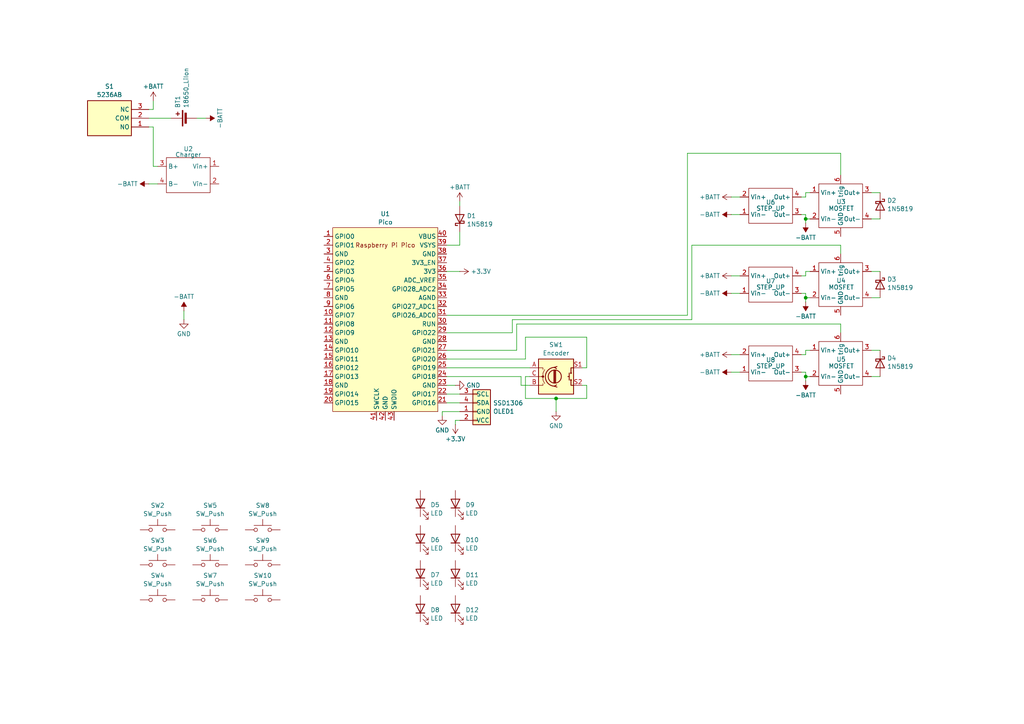
<source format=kicad_sch>
(kicad_sch (version 20231120) (generator "eeschema") (generator_version "8.0")
  (paper "A4")
  (title_block (title "LARS V2") (date "2024-04-01") (rev "1") (comment 1 "https://git.xythobuz.de/thomas/drumkit") (comment 2 "Licensed under the CERN-OHL-S-2.0+") (comment 4 "Copyright (c) 2024 Thomas Buck, Kauzerei"))
  (lib_symbols
    (symbol "5236ab:5236AB"
      (property "Reference" "S1" (at 11.43 -11.7645 0))
      (property "Value" "5236AB" (at 11.43 -9.3402 0))
      (symbol "5236AB_1_1"
        (rectangle (start 5.08 2.54) (end 17.78 -7.62) (stroke (width 0.254)) (fill (type background)))
        (pin passive line (at 0 0 0) (length 5.08) (name "NO") (number "1"))
        (pin passive line (at 0 -2.54 0) (length 5.08) (name "COM") (number "2"))
        (pin passive line (at 0 -5.08 0) (length 5.08) (name "NC") (number "3"))
      )
    )
    (symbol "Device:Battery_Cell" (pin_numbers hide) (pin_names (offset 0) hide)
      (property "Reference" "BT" (at 2.54 2.54 0))
      (property "Value" "Battery_Cell" (at 2.54 0 0))
      (symbol "Battery_Cell_0_1"
        (rectangle (start -2.286 1.778) (end 2.286 1.524) (fill (type outline)))
        (rectangle (start -1.524 1.016) (end 1.524 0.508) (fill (type outline)))
        (polyline (pts (xy 0 0.762) (xy 0 0)))
        (polyline (pts (xy 0 1.778) (xy 0 2.54)))
        (polyline (pts (xy 0.762 3.048) (xy 1.778 3.048)) (stroke (width 0.254)))
        (polyline (pts (xy 1.27 3.556) (xy 1.27 2.54)) (stroke (width 0.254)))
      )
      (symbol "Battery_Cell_1_1"
        (pin passive line (at 0 5.08 270) (length 2.54) (name "+") (number "1"))
        (pin passive line (at 0 -2.54 90) (length 2.54) (name "-") (number "2"))
      )
    )
    (symbol "Device:LED" (pin_numbers hide) (pin_names (offset 1.016) hide)
      (property "Reference" "D" (at 0 2.54 0))
      (property "Value" "LED" (at 0 -2.54 0))
      (symbol "LED_0_1"
        (polyline (pts (xy -1.27 -1.27) (xy -1.27 1.27)) (stroke (width 0.254)))
        (polyline (pts (xy -1.27 0) (xy 1.27 0)))
        (polyline (pts (xy 1.27 -1.27) (xy 1.27 1.27) (xy -1.27 0) (xy 1.27 -1.27)) (stroke (width 0.254)))
        (polyline (pts (xy -3.048 -0.762) (xy -4.572 -2.286) (xy -3.81 -2.286) (xy -4.572 -2.286) (xy -4.572 -1.524)))
        (polyline (pts (xy -1.778 -0.762) (xy -3.302 -2.286) (xy -2.54 -2.286) (xy -3.302 -2.286) (xy -3.302 -1.524)))
      )
      (symbol "LED_1_1"
        (pin passive line (at -3.81 0 0) (length 2.54) (name "K") (number "1"))
        (pin passive line (at 3.81 0 180) (length 2.54) (name "A") (number "2"))
      )
    )
    (symbol "Device:RotaryEncoder_Switch" (pin_names (offset 0.254) hide)
      (property "Reference" "SW" (at 0 6.604 0))
      (property "Value" "RotaryEncoder_Switch" (at 0 -6.604 0))
      (symbol "RotaryEncoder_Switch_0_1"
        (rectangle (start -5.08 5.08) (end 5.08 -5.08) (stroke (width 0.254)) (fill (type background)))
        (circle (center -3.81 0) (radius 0.254) (fill (type outline)))
        (circle (center -0.381 0) (radius 1.905) (stroke (width 0.254)))
        (arc (start -0.381 2.667) (mid -3.0988 -0.0635) (end -0.381 -2.794) (stroke (width 0.254)))
        (polyline (pts (xy -0.635 -1.778) (xy -0.635 1.778)) (stroke (width 0.254)))
        (polyline (pts (xy -0.381 -1.778) (xy -0.381 1.778)) (stroke (width 0.254)))
        (polyline (pts (xy -0.127 1.778) (xy -0.127 -1.778)) (stroke (width 0.254)))
        (polyline (pts (xy 3.81 0) (xy 3.429 0)) (stroke (width 0.254)))
        (polyline (pts (xy 3.81 1.016) (xy 3.81 -1.016)) (stroke (width 0.254)))
        (polyline (pts (xy -5.08 -2.54) (xy -3.81 -2.54) (xy -3.81 -2.032)))
        (polyline (pts (xy -5.08 2.54) (xy -3.81 2.54) (xy -3.81 2.032)))
        (polyline (pts (xy 0.254 -3.048) (xy -0.508 -2.794) (xy 0.127 -2.413)) (stroke (width 0.254)))
        (polyline (pts (xy 0.254 2.921) (xy -0.508 2.667) (xy 0.127 2.286)) (stroke (width 0.254)))
        (polyline (pts (xy 5.08 -2.54) (xy 4.318 -2.54) (xy 4.318 -1.016)) (stroke (width 0.254)))
        (polyline (pts (xy 5.08 2.54) (xy 4.318 2.54) (xy 4.318 1.016)) (stroke (width 0.254)))
        (polyline (pts (xy -5.08 0) (xy -3.81 0) (xy -3.81 -1.016) (xy -3.302 -2.032)))
        (polyline (pts (xy -4.318 0) (xy -3.81 0) (xy -3.81 1.016) (xy -3.302 2.032)))
        (circle (center 4.318 -1.016) (radius 0.127) (stroke (width 0.254)))
        (circle (center 4.318 1.016) (radius 0.127) (stroke (width 0.254)))
      )
      (symbol "RotaryEncoder_Switch_1_1"
        (pin passive line (at -7.62 2.54 0) (length 2.54) (name "A") (number "A"))
        (pin passive line (at -7.62 -2.54 0) (length 2.54) (name "B") (number "B"))
        (pin passive line (at -7.62 0 0) (length 2.54) (name "C") (number "C"))
        (pin passive line (at 7.62 2.54 180) (length 2.54) (name "S1") (number "S1"))
        (pin passive line (at 7.62 -2.54 180) (length 2.54) (name "S2") (number "S2"))
      )
    )
    (symbol "Diode:1N5819" (pin_numbers hide) (pin_names (offset 1.016) hide)
      (property "Reference" "D" (at 0 2.54 0))
      (property "Value" "1N5819" (at 0 -2.54 0))
      (symbol "1N5819_0_1"
        (polyline (pts (xy 1.27 0) (xy -1.27 0)))
        (polyline (pts (xy 1.27 1.27) (xy 1.27 -1.27) (xy -1.27 0) (xy 1.27 1.27)) (stroke (width 0.254)))
        (polyline (pts (xy -1.905 0.635) (xy -1.905 1.27) (xy -1.27 1.27) (xy -1.27 -1.27) (xy -0.635 -1.27) (xy -0.635 -0.635)) (stroke (width 0.254)))
      )
      (symbol "1N5819_1_1"
        (pin passive line (at -3.81 0 0) (length 2.54) (name "K") (number "1"))
        (pin passive line (at 3.81 0 180) (length 2.54) (name "A") (number "2"))
      )
    )
    (symbol "KiCad-RP-Pico:Pico"
      (property "Reference" "U" (at -13.97 27.94 0))
      (property "Value" "Pico" (at 0 19.05 0))
      (symbol "Pico_0_0"
        (text "Raspberry Pi Pico" (at 0 21.59 0) (effects (font (size 1.27 1.27))))
      )
      (symbol "Pico_0_1"
        (rectangle (start -15.24 26.67) (end 15.24 -26.67) (fill (type background)))
      )
      (symbol "Pico_1_1"
        (pin bidirectional line (at -17.78 24.13 0) (length 2.54) (name "GPIO0") (number "1"))
        (pin bidirectional line (at -17.78 1.27 0) (length 2.54) (name "GPIO7") (number "10"))
        (pin bidirectional line (at -17.78 -1.27 0) (length 2.54) (name "GPIO8") (number "11"))
        (pin bidirectional line (at -17.78 -3.81 0) (length 2.54) (name "GPIO9") (number "12"))
        (pin power_in line (at -17.78 -6.35 0) (length 2.54) (name "GND") (number "13"))
        (pin bidirectional line (at -17.78 -8.89 0) (length 2.54) (name "GPIO10") (number "14"))
        (pin bidirectional line (at -17.78 -11.43 0) (length 2.54) (name "GPIO11") (number "15"))
        (pin bidirectional line (at -17.78 -13.97 0) (length 2.54) (name "GPIO12") (number "16"))
        (pin bidirectional line (at -17.78 -16.51 0) (length 2.54) (name "GPIO13") (number "17"))
        (pin power_in line (at -17.78 -19.05 0) (length 2.54) (name "GND") (number "18"))
        (pin bidirectional line (at -17.78 -21.59 0) (length 2.54) (name "GPIO14") (number "19"))
        (pin bidirectional line (at -17.78 21.59 0) (length 2.54) (name "GPIO1") (number "2"))
        (pin bidirectional line (at -17.78 -24.13 0) (length 2.54) (name "GPIO15") (number "20"))
        (pin bidirectional line (at 17.78 -24.13 180) (length 2.54) (name "GPIO16") (number "21"))
        (pin bidirectional line (at 17.78 -21.59 180) (length 2.54) (name "GPIO17") (number "22"))
        (pin power_in line (at 17.78 -19.05 180) (length 2.54) (name "GND") (number "23"))
        (pin bidirectional line (at 17.78 -16.51 180) (length 2.54) (name "GPIO18") (number "24"))
        (pin bidirectional line (at 17.78 -13.97 180) (length 2.54) (name "GPIO19") (number "25"))
        (pin bidirectional line (at 17.78 -11.43 180) (length 2.54) (name "GPIO20") (number "26"))
        (pin bidirectional line (at 17.78 -8.89 180) (length 2.54) (name "GPIO21") (number "27"))
        (pin power_in line (at 17.78 -6.35 180) (length 2.54) (name "GND") (number "28"))
        (pin bidirectional line (at 17.78 -3.81 180) (length 2.54) (name "GPIO22") (number "29"))
        (pin power_in line (at -17.78 19.05 0) (length 2.54) (name "GND") (number "3"))
        (pin input line (at 17.78 -1.27 180) (length 2.54) (name "RUN") (number "30"))
        (pin bidirectional line (at 17.78 1.27 180) (length 2.54) (name "GPIO26_ADC0") (number "31"))
        (pin bidirectional line (at 17.78 3.81 180) (length 2.54) (name "GPIO27_ADC1") (number "32"))
        (pin power_in line (at 17.78 6.35 180) (length 2.54) (name "AGND") (number "33"))
        (pin bidirectional line (at 17.78 8.89 180) (length 2.54) (name "GPIO28_ADC2") (number "34"))
        (pin input line (at 17.78 11.43 180) (length 2.54) (name "ADC_VREF") (number "35"))
        (pin power_out line (at 17.78 13.97 180) (length 2.54) (name "3V3") (number "36"))
        (pin input line (at 17.78 16.51 180) (length 2.54) (name "3V3_EN") (number "37"))
        (pin power_in line (at 17.78 19.05 180) (length 2.54) (name "GND") (number "38"))
        (pin power_in line (at 17.78 21.59 180) (length 2.54) (name "VSYS") (number "39"))
        (pin bidirectional line (at -17.78 16.51 0) (length 2.54) (name "GPIO2") (number "4"))
        (pin power_in line (at 17.78 24.13 180) (length 2.54) (name "VBUS") (number "40"))
        (pin input line (at -2.54 -29.21 90) (length 2.54) (name "SWCLK") (number "41"))
        (pin power_in line (at 0 -29.21 90) (length 2.54) (name "GND") (number "42"))
        (pin bidirectional line (at 2.54 -29.21 90) (length 2.54) (name "SWDIO") (number "43"))
        (pin bidirectional line (at -17.78 13.97 0) (length 2.54) (name "GPIO3") (number "5"))
        (pin bidirectional line (at -17.78 11.43 0) (length 2.54) (name "GPIO4") (number "6"))
        (pin bidirectional line (at -17.78 8.89 0) (length 2.54) (name "GPIO5") (number "7"))
        (pin power_in line (at -17.78 6.35 0) (length 2.54) (name "GND") (number "8"))
        (pin bidirectional line (at -17.78 3.81 0) (length 2.54) (name "GPIO6") (number "9"))
      )
    )
    (symbol "Switch:SW_Push" (pin_numbers hide) (pin_names (offset 1.016) hide)
      (property "Reference" "SW" (at 1.27 2.54 0))
      (property "Value" "SW_Push" (at 0 -1.524 0))
      (symbol "SW_Push_0_1"
        (circle (center -2.032 0) (radius 0.508))
        (polyline (pts (xy 0 1.27) (xy 0 3.048)))
        (polyline (pts (xy 2.54 1.27) (xy -2.54 1.27)))
        (circle (center 2.032 0) (radius 0.508))
        (pin passive line (at -5.08 0 0) (length 2.54) (name "1") (number "1"))
        (pin passive line (at 5.08 0 180) (length 2.54) (name "2") (number "2"))
      )
    )
    (symbol "chinese_modules:charger"
      (property "Reference" "U" (at 0 0 0))
      (symbol "charger_0_1"
        (rectangle (start -6.35 5.08) (end 6.35 -5.08))
      )
      (symbol "charger_1_1"
        (pin input line (at 8.89 2.54 180) (length 2.54) (name "Vin+") (number "1"))
        (pin input line (at 8.89 -2.54 180) (length 2.54) (name "Vin-") (number "2"))
        (pin input line (at -8.89 2.54 0) (length 2.54) (name "B+") (number "3"))
        (pin input line (at -8.89 -2.54 0) (length 2.54) (name "B-") (number "4"))
      )
    )
    (symbol "chinese_modules:dc-dc"
      (property "Reference" "U6" (at 0 1.016 0))
      (property "Value" "STEP_UP" (at 0 -0.762 0))
      (symbol "dc-dc_0_1"
        (rectangle (start -6.35 5.08) (end 6.35 -5.08))
      )
      (symbol "dc-dc_1_1"
        (pin power_in line (at -8.89 -2.54 0) (length 2.54) (name "Vin-") (number "1"))
        (pin power_in line (at -8.89 2.54 0) (length 2.54) (name "Vin+") (number "2"))
        (pin power_out line (at 8.89 -2.54 180) (length 2.54) (name "Out-") (number "3"))
        (pin power_out line (at 8.89 2.54 180) (length 2.54) (name "Out+") (number "4"))
      )
    )
    (symbol "chinese_modules:xy-mos"
      (property "Reference" "U3" (at -1.27 1.1734 0))
      (property "Value" "~" (at -0.508 -0.508 0))
      (symbol "xy-mos_0_1"
        (rectangle (start -6.35 6.35) (end 6.35 -6.35))
      )
      (symbol "xy-mos_1_1"
        (pin power_in line (at -8.89 3.81 0) (length 2.54) (name "Vin+") (number "1"))
        (pin power_in line (at -8.89 -3.81 0) (length 2.54) (name "Vin-") (number "2"))
        (pin power_out line (at 8.89 3.81 180) (length 2.54) (name "Out+") (number "3"))
        (pin power_out line (at 8.89 -3.81 180) (length 2.54) (name "Out-") (number "4"))
        (pin input line (at 0 -8.89 90) (length 2.54) (name "GND") (number "5"))
        (pin input line (at 0 8.89 270) (length 2.54) (name "trig") (number "6"))
      )
    )
    (symbol "dc-dc_1"
      (property "Reference" "U8" (at 0 1.016 0))
      (property "Value" "STEP_UP" (at 0 -0.762 0))
      (symbol "dc-dc_1_0_1"
        (rectangle (start -6.35 5.08) (end 6.35 -5.08))
      )
      (symbol "dc-dc_1_1_1"
        (pin power_in line (at -8.89 -2.54 0) (length 2.54) (name "Vin-") (number "1"))
        (pin power_in line (at -8.89 2.54 0) (length 2.54) (name "Vin+") (number "2"))
        (pin power_out line (at 8.89 -2.54 180) (length 2.54) (name "Out-") (number "3"))
        (pin power_out line (at 8.89 2.54 180) (length 2.54) (name "Out+") (number "4"))
      )
    )
    (symbol "dc-dc_2"
      (property "Reference" "U7" (at 0 1.016 0))
      (property "Value" "STEP_UP" (at 0 -0.762 0))
      (symbol "dc-dc_2_0_1"
        (rectangle (start -6.35 5.08) (end 6.35 -5.08))
      )
      (symbol "dc-dc_2_1_1"
        (pin power_in line (at -8.89 -2.54 0) (length 2.54) (name "Vin-") (number "1"))
        (pin power_in line (at -8.89 2.54 0) (length 2.54) (name "Vin+") (number "2"))
        (pin power_out line (at 8.89 -2.54 180) (length 2.54) (name "Out-") (number "3"))
        (pin power_out line (at 8.89 2.54 180) (length 2.54) (name "Out+") (number "4"))
      )
    )
    (symbol "power:+3.3V" (power) (pin_numbers hide) (pin_names (offset 0) hide)
      (property "Value" "+3.3V" (at 0 3.556 0))
      (symbol "+3.3V_0_1"
        (polyline (pts (xy -0.762 1.27) (xy 0 2.54)))
        (polyline (pts (xy 0 0) (xy 0 2.54)))
        (polyline (pts (xy 0 2.54) (xy 0.762 1.27)))
      )
      (symbol "+3.3V_1_1"
        (pin power_in line (at 0 0 90) (length 0) (name "~") (number "1"))
      )
    )
    (symbol "power:+BATT" (power) (pin_numbers hide) (pin_names (offset 0) hide)
      (property "Value" "+BATT" (at 0 3.556 0))
      (symbol "+BATT_0_1"
        (polyline (pts (xy -0.762 1.27) (xy 0 2.54)))
        (polyline (pts (xy 0 0) (xy 0 2.54)))
        (polyline (pts (xy 0 2.54) (xy 0.762 1.27)))
      )
      (symbol "+BATT_1_1"
        (pin power_in line (at 0 0 90) (length 0) (name "~") (number "1"))
      )
    )
    (symbol "power:-BATT" (power) (pin_numbers hide) (pin_names (offset 0) hide)
      (property "Value" "-BATT" (at 0 3.556 0))
      (symbol "-BATT_0_1"
        (polyline (pts (xy 0 0) (xy 0 2.54)))
        (polyline (pts (xy 0.762 1.27) (xy -0.762 1.27) (xy 0 2.54) (xy 0.762 1.27)) (fill (type outline)))
      )
      (symbol "-BATT_1_1"
        (pin power_in line (at 0 0 90) (length 0) (name "~") (number "1"))
      )
    )
    (symbol "power:GND" (power) (pin_numbers hide) (pin_names (offset 0) hide)
      (property "Value" "GND" (at 0 -3.81 0))
      (symbol "GND_0_1"
        (polyline (pts (xy 0 0) (xy 0 -1.27) (xy 1.27 -1.27) (xy 0 -2.54) (xy -1.27 -1.27) (xy 0 -1.27)))
      )
      (symbol "GND_1_1"
        (pin power_in line (at 0 0 270) (length 0) (name "~") (number "1"))
      )
    )
    (symbol "ssd1306:SSD1306" (pin_names (offset 1.016))
      (property "Reference" "OLED" (at 0 5.08 0))
      (property "Value" "SSD1306" (at 0 -7.62 0))
      (symbol "SSD1306_1_1"
        (rectangle (start -1.27 -4.953) (end 0 -5.207) (stroke (width 0.1524)))
        (rectangle (start -1.27 -2.413) (end 0 -2.667) (stroke (width 0.1524)))
        (rectangle (start -1.27 0.127) (end 0 -0.127) (stroke (width 0.1524)))
        (rectangle (start -1.27 2.667) (end 0 2.413) (stroke (width 0.1524)))
        (rectangle (start -1.27 3.81) (end 3.81 -6.35) (stroke (width 0.254)) (fill (type background)))
        (pin power_in line (at -5.08 0 0) (length 3.81) (name "GND") (number "1"))
        (pin power_in line (at -5.08 2.54 0) (length 3.81) (name "VCC") (number "2"))
        (pin input line (at -5.08 -5.08 0) (length 3.81) (name "SCL") (number "3"))
        (pin bidirectional line (at -5.08 -2.54 0) (length 3.81) (name "SDA") (number "4"))
      )
    )
  )
  (junction (at 233.68 86.36))
  (junction (at 161.29 115.57))
  (junction (at 233.68 63.5))
  (junction (at 233.68 109.22))
  (wire (pts (xy 170.18 111.76) (xy 168.91 111.76)))
  (wire (pts (xy 133.35 119.38) (xy 128.27 119.38)))
  (wire (pts (xy 151.13 111.76) (xy 151.13 109.22)))
  (wire (pts (xy 252.73 86.36) (xy 255.27 86.36)))
  (wire (pts (xy 199.39 44.45) (xy 243.84 44.45)))
  (wire (pts (xy 233.68 63.5) (xy 233.68 64.77)))
  (wire (pts (xy 232.41 62.23) (xy 233.68 62.23)))
  (wire (pts (xy 233.68 62.23) (xy 233.68 63.5)))
  (wire (pts (xy 170.18 106.68) (xy 170.18 97.79)))
  (wire (pts (xy 212.09 102.87) (xy 214.63 102.87)))
  (wire (pts (xy 233.68 109.22) (xy 233.68 110.49)))
  (wire (pts (xy 233.68 78.74) (xy 234.95 78.74)))
  (wire (pts (xy 232.41 85.09) (xy 233.68 85.09)))
  (wire (pts (xy 170.18 115.57) (xy 170.18 111.76)))
  (wire (pts (xy 129.54 78.74) (xy 133.35 78.74)))
  (wire (pts (xy 129.54 91.44) (xy 199.39 91.44)))
  (wire (pts (xy 152.4 97.79) (xy 152.4 104.14)))
  (wire (pts (xy 53.34 90.17) (xy 53.34 92.71)))
  (wire (pts (xy 252.73 78.74) (xy 255.27 78.74)))
  (wire (pts (xy 129.54 114.3) (xy 133.35 114.3)))
  (wire (pts (xy 161.29 115.57) (xy 161.29 119.38)))
  (wire (pts (xy 252.73 55.88) (xy 255.27 55.88)))
  (wire (pts (xy 170.18 106.68) (xy 168.91 106.68)))
  (wire (pts (xy 232.41 102.87) (xy 233.68 102.87)))
  (wire (pts (xy 57.15 34.29) (xy 59.69 34.29)))
  (wire (pts (xy 233.68 55.88) (xy 234.95 55.88)))
  (wire (pts (xy 212.09 107.95) (xy 214.63 107.95)))
  (wire (pts (xy 233.68 63.5) (xy 234.95 63.5)))
  (wire (pts (xy 233.68 101.6) (xy 234.95 101.6)))
  (wire (pts (xy 129.54 111.76) (xy 132.08 111.76)))
  (wire (pts (xy 153.67 109.22) (xy 152.4 109.22)))
  (wire (pts (xy 44.45 36.83) (xy 44.45 48.26)))
  (wire (pts (xy 133.35 71.12) (xy 133.35 67.31)))
  (wire (pts (xy 149.86 93.98) (xy 149.86 101.6)))
  (wire (pts (xy 152.4 104.14) (xy 129.54 104.14)))
  (wire (pts (xy 232.41 80.01) (xy 233.68 80.01)))
  (wire (pts (xy 133.35 58.42) (xy 133.35 59.69)))
  (wire (pts (xy 252.73 63.5) (xy 255.27 63.5)))
  (wire (pts (xy 233.68 80.01) (xy 233.68 78.74)))
  (wire (pts (xy 212.09 80.01) (xy 214.63 80.01)))
  (wire (pts (xy 152.4 109.22) (xy 152.4 115.57)))
  (wire (pts (xy 161.29 115.57) (xy 170.18 115.57)))
  (wire (pts (xy 44.45 31.75) (xy 43.18 31.75)))
  (wire (pts (xy 243.84 44.45) (xy 243.84 50.8)))
  (wire (pts (xy 200.66 71.12) (xy 200.66 92.71)))
  (wire (pts (xy 149.86 101.6) (xy 129.54 101.6)))
  (wire (pts (xy 233.68 57.15) (xy 233.68 55.88)))
  (wire (pts (xy 232.41 57.15) (xy 233.68 57.15)))
  (wire (pts (xy 233.68 85.09) (xy 233.68 86.36)))
  (wire (pts (xy 148.59 96.52) (xy 129.54 96.52)))
  (wire (pts (xy 233.68 102.87) (xy 233.68 101.6)))
  (wire (pts (xy 243.84 71.12) (xy 200.66 71.12)))
  (wire (pts (xy 233.68 86.36) (xy 233.68 87.63)))
  (wire (pts (xy 44.45 29.21) (xy 44.45 31.75)))
  (wire (pts (xy 243.84 73.66) (xy 243.84 71.12)))
  (wire (pts (xy 129.54 116.84) (xy 133.35 116.84)))
  (wire (pts (xy 44.45 48.26) (xy 45.72 48.26)))
  (wire (pts (xy 252.73 109.22) (xy 255.27 109.22)))
  (wire (pts (xy 233.68 109.22) (xy 234.95 109.22)))
  (wire (pts (xy 212.09 85.09) (xy 214.63 85.09)))
  (wire (pts (xy 129.54 106.68) (xy 153.67 106.68)))
  (wire (pts (xy 152.4 115.57) (xy 161.29 115.57)))
  (wire (pts (xy 243.84 96.52) (xy 243.84 93.98)))
  (wire (pts (xy 151.13 109.22) (xy 129.54 109.22)))
  (wire (pts (xy 43.18 53.34) (xy 45.72 53.34)))
  (wire (pts (xy 233.68 86.36) (xy 234.95 86.36)))
  (wire (pts (xy 200.66 92.71) (xy 148.59 92.71)))
  (wire (pts (xy 233.68 107.95) (xy 233.68 109.22)))
  (wire (pts (xy 129.54 71.12) (xy 133.35 71.12)))
  (wire (pts (xy 252.73 101.6) (xy 255.27 101.6)))
  (wire (pts (xy 243.84 93.98) (xy 149.86 93.98)))
  (wire (pts (xy 199.39 91.44) (xy 199.39 44.45)))
  (wire (pts (xy 128.27 119.38) (xy 128.27 120.65)))
  (wire (pts (xy 44.45 36.83) (xy 43.18 36.83)))
  (wire (pts (xy 43.18 34.29) (xy 49.53 34.29)))
  (wire (pts (xy 212.09 57.15) (xy 214.63 57.15)))
  (wire (pts (xy 132.08 121.92) (xy 132.08 123.19)))
  (wire (pts (xy 148.59 92.71) (xy 148.59 96.52)))
  (wire (pts (xy 133.35 121.92) (xy 132.08 121.92)))
  (wire (pts (xy 232.41 107.95) (xy 233.68 107.95)))
  (wire (pts (xy 170.18 97.79) (xy 152.4 97.79)))
  (wire (pts (xy 212.09 62.23) (xy 214.63 62.23)))
  (wire (pts (xy 153.67 111.76) (xy 151.13 111.76)))
  (symbol (lib_id "power:+3.3V") (at 132.08 123.19 180) (unit 1)
    (property "Reference" "#PWR017" (effects (hide yes)))
    (property "Value" "+3.3V" (at 132.08 127.3231 0))
    (property "Description" "Power symbol creates a global label with name \"+3.3V\"" (effects (hide yes)))
  )
  (symbol (lib_id "power:+BATT") (at 212.09 57.15 90) (unit 1)
    (property "Reference" "#PWR011" (effects (hide yes)))
    (property "Value" "+BATT" (at 208.915 57.15 90) (effects (justify left)))
    (property "Description" "Power symbol creates a global label with name \"+BATT\"" (effects (hide yes)))
  )
  (symbol (lib_id "Device:LED") (at 132.08 166.37 90) (unit 1)
    (property "Reference" "D11" (at 135.001 166.7453 90) (effects (justify right)))
    (property "Value" "LED" (at 135.001 169.1696 90) (effects (justify right)))
    (property "Footprint" "LED_THT:LED_D5.0mm" (effects (hide yes)))
    (property "Description" "Light emitting diode" (effects (hide yes)))
  )
  (symbol (lib_id "chinese_modules:xy-mos") (at 243.84 59.69 0) (unit 1)
    (property "Reference" "U3" (at 242.57 58.5166 0) (effects (justify left)))
    (property "Value" "MOSFET" (at 240.284 60.452 0) (effects (justify left)))
    (property "Footprint" "chinese_modules:xy-mos" (effects (hide yes)))
  )
  (symbol (lib_id "Diode:1N5819") (at 255.27 82.55 270) (unit 1)
    (property "Reference" "D3" (at 257.302 81.0203 90) (effects (justify left)))
    (property "Value" "1N5819" (at 257.302 83.4446 90) (effects (justify left)))
    (property "Footprint" "Diode_THT:D_DO-41_SOD81_P10.16mm_Horizontal" (effects (hide yes)))
    (property "Datasheet" "http://www.vishay.com/docs/88525/1n5817.pdf" (effects (hide yes)))
    (property "Description" "40V 1A Schottky Barrier Rectifier Diode, DO-41" (effects (hide yes)))
  )
  (symbol (lib_id "power:-BATT") (at 53.34 90.17 0) (unit 1)
    (property "Reference" "#PWR020" (effects (hide yes)))
    (property "Value" "-BATT" (at 53.34 86.0369 0))
    (property "Description" "Power symbol creates a global label with name \"-BATT\"" (effects (hide yes)))
  )
  (symbol (lib_id "chinese_modules:dc-dc") (at 223.52 59.69 0) (unit 1)
    (property "Reference" "U6" (at 223.52 58.674 0))
    (property "Value" "STEP_UP" (at 223.52 60.452 0))
    (property "Footprint" "chinese_modules:dc-dc module" (effects (hide yes)))
  )
  (symbol (lib_id "Device:LED") (at 121.92 156.21 90) (unit 1)
    (property "Reference" "D6" (at 124.841 156.5853 90) (effects (justify right)))
    (property "Value" "LED" (at 124.841 159.0096 90) (effects (justify right)))
    (property "Footprint" "LED_THT:LED_D5.0mm" (effects (hide yes)))
    (property "Description" "Light emitting diode" (effects (hide yes)))
  )
  (symbol (lib_id "Switch:SW_Push") (at 45.72 163.83 0) (unit 1)
    (property "Reference" "SW3" (at 45.72 156.7645 0))
    (property "Value" "SW_Push" (at 45.72 159.1888 0))
    (property "Footprint" "Button_Switch_THT:SW_PUSH_6mm_H5mm" (effects (hide yes)))
    (property "Description" "Push button switch, generic, two pins" (effects (hide yes)))
  )
  (symbol (lib_id "ssd1306:SSD1306") (at 138.43 119.38 0) (mirror x) (unit 1)
    (property "Reference" "OLED1" (at 143.002 119.3222 0) (effects (justify left)))
    (property "Value" "SSD1306" (at 143.002 116.8979 0) (effects (justify left)))
    (property "Footprint" "ssd1306:SSD1306_0.96_Oled" (effects (hide yes)))
    (property "Description" "OLED 0.96 128x64 I2C" (effects (hide yes)))
  )
  (symbol (lib_id "power:-BATT") (at 233.68 87.63 180) (unit 1)
    (property "Reference" "#PWR014" (effects (hide yes)))
    (property "Value" "-BATT" (at 233.68 91.7631 0))
    (property "Description" "Power symbol creates a global label with name \"-BATT\"" (effects (hide yes)))
  )
  (symbol (lib_id "Switch:SW_Push") (at 60.96 173.99 0) (unit 1)
    (property "Reference" "SW7" (at 60.96 166.9245 0))
    (property "Value" "SW_Push" (at 60.96 169.3488 0))
    (property "Footprint" "Button_Switch_THT:SW_PUSH_6mm_H5mm" (effects (hide yes)))
    (property "Description" "Push button switch, generic, two pins" (effects (hide yes)))
  )
  (symbol (lib_id "Switch:SW_Push") (at 60.96 163.83 0) (unit 1)
    (property "Reference" "SW6" (at 60.96 156.7645 0))
    (property "Value" "SW_Push" (at 60.96 159.1888 0))
    (property "Footprint" "Button_Switch_THT:SW_PUSH_6mm_H5mm" (effects (hide yes)))
    (property "Description" "Push button switch, generic, two pins" (effects (hide yes)))
  )
  (symbol (lib_id "power:GND") (at 53.34 92.71 0) (unit 1)
    (property "Reference" "#PWR019" (effects (hide yes)))
    (property "Value" "GND" (at 53.34 96.8431 0))
    (property "Description" "Power symbol creates a global label with name \"GND\" , ground" (effects (hide yes)))
  )
  (symbol (lib_id "power:-BATT") (at 212.09 107.95 90) (unit 1)
    (property "Reference" "#PWR08" (effects (hide yes)))
    (property "Value" "-BATT" (at 208.915 107.95 90) (effects (justify left)))
    (property "Description" "Power symbol creates a global label with name \"-BATT\"" (effects (hide yes)))
  )
  (symbol (lib_name "dc-dc_1") (lib_id "chinese_modules:dc-dc") (at 223.52 105.41 0) (unit 1)
    (property "Reference" "U8" (at 223.52 104.394 0))
    (property "Value" "STEP_UP" (at 223.52 106.172 0))
    (property "Footprint" "chinese_modules:dc-dc module" (effects (hide yes)))
  )
  (symbol (lib_id "power:GND") (at 161.29 119.38 0) (unit 1)
    (property "Reference" "#PWR03" (effects (hide yes)))
    (property "Value" "GND" (at 161.29 123.5131 0))
    (property "Description" "Power symbol creates a global label with name \"GND\" , ground" (effects (hide yes)))
  )
  (symbol (lib_id "chinese_modules:charger") (at 54.61 50.8 0) (unit 1)
    (property "Reference" "U2" (at 54.61 43.1885 0))
    (property "Value" "Charger" (at 54.61 44.8699 0))
    (property "Footprint" "chinese_modules:charger" (effects (hide yes)))
  )
  (symbol (lib_id "power:GND") (at 132.08 111.76 90) (unit 1)
    (property "Reference" "#PWR018" (effects (hide yes)))
    (property "Value" "GND" (at 135.255 111.76 90) (effects (justify right)))
    (property "Description" "Power symbol creates a global label with name \"GND\" , ground" (effects (hide yes)))
  )
  (symbol (lib_id "power:-BATT") (at 212.09 62.23 90) (unit 1)
    (property "Reference" "#PWR010" (effects (hide yes)))
    (property "Value" "-BATT" (at 208.915 62.23 90) (effects (justify left)))
    (property "Description" "Power symbol creates a global label with name \"-BATT\"" (effects (hide yes)))
  )
  (symbol (lib_id "Device:LED") (at 132.08 146.05 90) (unit 1)
    (property "Reference" "D9" (at 135.001 146.4253 90) (effects (justify right)))
    (property "Value" "LED" (at 135.001 148.8496 90) (effects (justify right)))
    (property "Footprint" "LED_THT:LED_D5.0mm" (effects (hide yes)))
    (property "Description" "Light emitting diode" (effects (hide yes)))
  )
  (symbol (lib_id "power:-BATT") (at 233.68 110.49 180) (unit 1)
    (property "Reference" "#PWR016" (effects (hide yes)))
    (property "Value" "-BATT" (at 233.68 114.6231 0))
    (property "Description" "Power symbol creates a global label with name \"-BATT\"" (effects (hide yes)))
  )
  (symbol (lib_id "power:+BATT") (at 133.35 58.42 0) (unit 1)
    (property "Reference" "#PWR01" (effects (hide yes)))
    (property "Value" "+BATT" (at 133.35 54.2869 0))
    (property "Description" "Power symbol creates a global label with name \"+BATT\"" (effects (hide yes)))
  )
  (symbol (lib_id "Switch:SW_Push") (at 45.72 153.67 0) (unit 1)
    (property "Reference" "SW2" (at 45.72 146.6045 0))
    (property "Value" "SW_Push" (at 45.72 149.0288 0))
    (property "Footprint" "Button_Switch_THT:SW_PUSH_6mm_H5mm" (effects (hide yes)))
    (property "Description" "Push button switch, generic, two pins" (effects (hide yes)))
  )
  (symbol (lib_id "Device:LED") (at 132.08 156.21 90) (unit 1)
    (property "Reference" "D10" (at 135.001 156.5853 90) (effects (justify right)))
    (property "Value" "LED" (at 135.001 159.0096 90) (effects (justify right)))
    (property "Footprint" "LED_THT:LED_D5.0mm" (effects (hide yes)))
    (property "Description" "Light emitting diode" (effects (hide yes)))
  )
  (symbol (lib_id "Switch:SW_Push") (at 76.2 173.99 0) (unit 1)
    (property "Reference" "SW10" (at 76.2 166.9245 0))
    (property "Value" "SW_Push" (at 76.2 169.3488 0))
    (property "Footprint" "Button_Switch_THT:SW_PUSH_6mm_H5mm" (effects (hide yes)))
    (property "Description" "Push button switch, generic, two pins" (effects (hide yes)))
  )
  (symbol (lib_id "chinese_modules:xy-mos") (at 243.84 82.55 0) (unit 1)
    (property "Reference" "U4" (at 242.57 81.3766 0) (effects (justify left)))
    (property "Value" "MOSFET" (at 240.284 83.312 0) (effects (justify left)))
    (property "Footprint" "chinese_modules:xy-mos" (effects (hide yes)))
  )
  (symbol (lib_id "power:GND") (at 128.27 120.65 0) (unit 1)
    (property "Reference" "#PWR07" (effects (hide yes)))
    (property "Value" "GND" (at 128.27 124.7831 0))
    (property "Description" "Power symbol creates a global label with name \"GND\" , ground" (effects (hide yes)))
  )
  (symbol (lib_id "Diode:1N5819") (at 255.27 59.69 270) (unit 1)
    (property "Reference" "D2" (at 257.302 58.1603 90) (effects (justify left)))
    (property "Value" "1N5819" (at 257.302 60.5846 90) (effects (justify left)))
    (property "Footprint" "Diode_THT:D_DO-41_SOD81_P10.16mm_Horizontal" (effects (hide yes)))
    (property "Datasheet" "http://www.vishay.com/docs/88525/1n5817.pdf" (effects (hide yes)))
    (property "Description" "40V 1A Schottky Barrier Rectifier Diode, DO-41" (effects (hide yes)))
  )
  (symbol (lib_id "power:+BATT") (at 212.09 80.01 90) (unit 1)
    (property "Reference" "#PWR012" (effects (hide yes)))
    (property "Value" "+BATT" (at 208.915 80.01 90) (effects (justify left)))
    (property "Description" "Power symbol creates a global label with name \"+BATT\"" (effects (hide yes)))
  )
  (symbol (lib_id "power:+BATT") (at 44.45 29.21 0) (unit 1)
    (property "Reference" "#PWR04" (effects (hide yes)))
    (property "Value" "+BATT" (at 44.45 25.0769 0))
    (property "Description" "Power symbol creates a global label with name \"+BATT\"" (effects (hide yes)))
  )
  (symbol (lib_id "Device:LED") (at 121.92 146.05 90) (unit 1)
    (property "Reference" "D5" (at 124.841 146.4253 90) (effects (justify right)))
    (property "Value" "LED" (at 124.841 148.8496 90) (effects (justify right)))
    (property "Footprint" "LED_THT:LED_D5.0mm" (effects (hide yes)))
    (property "Description" "Light emitting diode" (effects (hide yes)))
  )
  (symbol (lib_id "power:-BATT") (at 233.68 64.77 180) (unit 1)
    (property "Reference" "#PWR015" (effects (hide yes)))
    (property "Value" "-BATT" (at 233.68 68.9031 0))
    (property "Description" "Power symbol creates a global label with name \"-BATT\"" (effects (hide yes)))
  )
  (symbol (lib_id "Device:Battery_Cell") (at 54.61 34.29 90) (unit 1)
    (property "Reference" "BT1" (at 51.5563 31.369 0) (effects (justify left)))
    (property "Value" "18650_LiIon" (at 53.9806 31.369 0) (effects (justify left)))
    (property "Footprint" "Battery:BatteryHolder_Keystone_1042_1x18650" (effects (hide yes)))
    (property "Description" "Single-cell battery" (effects (hide yes)))
  )
  (symbol (lib_id "Diode:1N5819") (at 133.35 63.5 90) (unit 1)
    (property "Reference" "D1" (at 135.382 62.6053 90) (effects (justify right)))
    (property "Value" "1N5819" (at 135.382 65.0296 90) (effects (justify right)))
    (property "Footprint" "Diode_THT:D_DO-41_SOD81_P10.16mm_Horizontal" (effects (hide yes)))
    (property "Datasheet" "http://www.vishay.com/docs/88525/1n5817.pdf" (effects (hide yes)))
    (property "Description" "40V 1A Schottky Barrier Rectifier Diode, DO-41" (effects (hide yes)))
  )
  (symbol (lib_id "Device:LED") (at 121.92 176.53 90) (unit 1)
    (property "Reference" "D8" (at 124.841 176.9053 90) (effects (justify right)))
    (property "Value" "LED" (at 124.841 179.3296 90) (effects (justify right)))
    (property "Footprint" "LED_THT:LED_D5.0mm" (effects (hide yes)))
    (property "Description" "Light emitting diode" (effects (hide yes)))
  )
  (symbol (lib_id "5236ab:5236AB") (at 43.18 36.83 180) (unit 1)
    (property "Reference" "S1" (at 31.75 25.0655 0))
    (property "Value" "5236AB" (at 31.75 27.4898 0))
    (property "Footprint" "5236AB" (effects (hide yes)))
    (property "Datasheet" "https://datasheet.datasheetarchive.com/originals/dk/DKDS-29/572872.pdf" (effects (hide yes)))
    (property "Description" "SWITCH TOGGLE SPDT 6A 125V" (effects (hide yes)))
    (property "Height" "31.8" (effects (hide yes)))
    (property "Manufacturer_Name" "Apem" (effects (hide yes)))
    (property "Manufacturer_Part_Number" "5236AB" (effects (hide yes)))
  )
  (symbol (lib_id "power:-BATT") (at 43.18 53.34 90) (unit 1)
    (property "Reference" "#PWR06" (effects (hide yes)))
    (property "Value" "-BATT" (at 40.005 53.34 90) (effects (justify left)))
    (property "Description" "Power symbol creates a global label with name \"-BATT\"" (effects (hide yes)))
  )
  (symbol (lib_id "power:-BATT") (at 59.69 34.29 270) (unit 1)
    (property "Reference" "#PWR05" (effects (hide yes)))
    (property "Value" "-BATT" (at 63.8231 34.29 0))
    (property "Description" "Power symbol creates a global label with name \"-BATT\"" (effects (hide yes)))
  )
  (symbol (lib_id "Device:LED") (at 132.08 176.53 90) (unit 1)
    (property "Reference" "D12" (at 135.001 176.9053 90) (effects (justify right)))
    (property "Value" "LED" (at 135.001 179.3296 90) (effects (justify right)))
    (property "Footprint" "LED_THT:LED_D5.0mm" (effects (hide yes)))
    (property "Description" "Light emitting diode" (effects (hide yes)))
  )
  (symbol (lib_id "Device:LED") (at 121.92 166.37 90) (unit 1)
    (property "Reference" "D7" (at 124.841 166.7453 90) (effects (justify right)))
    (property "Value" "LED" (at 124.841 169.1696 90) (effects (justify right)))
    (property "Footprint" "LED_THT:LED_D5.0mm" (effects (hide yes)))
    (property "Description" "Light emitting diode" (effects (hide yes)))
  )
  (symbol (lib_id "KiCad-RP-Pico:Pico") (at 111.76 92.71 0) (unit 1)
    (property "Reference" "U1" (at 111.76 62.0225 0))
    (property "Value" "Pico" (at 111.76 64.4468 0))
    (property "Footprint" "KiCad-RP-Pico:RPi_Pico_SMD_only" (effects (hide yes)))
  )
  (symbol (lib_id "power:+3.3V") (at 133.35 78.74 270) (unit 1)
    (property "Reference" "#PWR02" (effects (hide yes)))
    (property "Value" "+3.3V" (at 136.525 78.74 90) (effects (justify left)))
    (property "Description" "Power symbol creates a global label with name \"+3.3V\"" (effects (hide yes)))
  )
  (symbol (lib_id "Device:RotaryEncoder_Switch") (at 161.29 109.22 0) (unit 1)
    (property "Reference" "SW1" (at 161.29 99.9955 0))
    (property "Value" "Encoder" (at 161.29 102.4198 0))
    (property "Footprint" "Rotary_Encoder:RotaryEncoder_Alps_EC12E-Switch_Vertical_H20mm_CircularMountingHoles" (effects (hide yes)))
    (property "Description" "Rotary encoder, dual channel, incremental quadrate outputs, with switch" (effects (hide yes)))
  )
  (symbol (lib_name "dc-dc_2") (lib_id "chinese_modules:dc-dc") (at 223.52 82.55 0) (unit 1)
    (property "Reference" "U7" (at 223.52 81.534 0))
    (property "Value" "STEP_UP" (at 223.52 83.312 0))
    (property "Footprint" "chinese_modules:dc-dc module" (effects (hide yes)))
  )
  (symbol (lib_id "Switch:SW_Push") (at 76.2 153.67 0) (unit 1)
    (property "Reference" "SW8" (at 76.2 146.6045 0))
    (property "Value" "SW_Push" (at 76.2 149.0288 0))
    (property "Footprint" "Button_Switch_THT:SW_PUSH_6mm_H5mm" (effects (hide yes)))
    (property "Description" "Push button switch, generic, two pins" (effects (hide yes)))
  )
  (symbol (lib_id "Switch:SW_Push") (at 76.2 163.83 0) (unit 1)
    (property "Reference" "SW9" (at 76.2 156.7645 0))
    (property "Value" "SW_Push" (at 76.2 159.1888 0))
    (property "Footprint" "Button_Switch_THT:SW_PUSH_6mm_H5mm" (effects (hide yes)))
    (property "Description" "Push button switch, generic, two pins" (effects (hide yes)))
  )
  (symbol (lib_id "Diode:1N5819") (at 255.27 105.41 270) (unit 1)
    (property "Reference" "D4" (at 257.302 103.8803 90) (effects (justify left)))
    (property "Value" "1N5819" (at 257.302 106.3046 90) (effects (justify left)))
    (property "Footprint" "Diode_THT:D_DO-41_SOD81_P10.16mm_Horizontal" (effects (hide yes)))
    (property "Datasheet" "http://www.vishay.com/docs/88525/1n5817.pdf" (effects (hide yes)))
    (property "Description" "40V 1A Schottky Barrier Rectifier Diode, DO-41" (effects (hide yes)))
  )
  (symbol (lib_id "power:+BATT") (at 212.09 102.87 90) (unit 1)
    (property "Reference" "#PWR013" (effects (hide yes)))
    (property "Value" "+BATT" (at 208.915 102.87 90) (effects (justify left)))
    (property "Description" "Power symbol creates a global label with name \"+BATT\"" (effects (hide yes)))
  )
  (symbol (lib_id "Switch:SW_Push") (at 60.96 153.67 0) (unit 1)
    (property "Reference" "SW5" (at 60.96 146.6045 0))
    (property "Value" "SW_Push" (at 60.96 149.0288 0))
    (property "Footprint" "Button_Switch_THT:SW_PUSH_6mm_H5mm" (effects (hide yes)))
    (property "Description" "Push button switch, generic, two pins" (effects (hide yes)))
  )
  (symbol (lib_id "power:-BATT") (at 212.09 85.09 90) (unit 1)
    (property "Reference" "#PWR09" (effects (hide yes)))
    (property "Value" "-BATT" (at 208.915 85.09 90) (effects (justify left)))
    (property "Description" "Power symbol creates a global label with name \"-BATT\"" (effects (hide yes)))
  )
  (symbol (lib_id "chinese_modules:xy-mos") (at 243.84 105.41 0) (unit 1)
    (property "Reference" "U5" (at 242.57 104.2366 0) (effects (justify left)))
    (property "Value" "MOSFET" (at 240.284 106.172 0) (effects (justify left)))
    (property "Footprint" "chinese_modules:xy-mos" (effects (hide yes)))
  )
  (symbol (lib_id "Switch:SW_Push") (at 45.72 173.99 0) (unit 1)
    (property "Reference" "SW4" (at 45.72 166.9245 0))
    (property "Value" "SW_Push" (at 45.72 169.3488 0))
    (property "Footprint" "Button_Switch_THT:SW_PUSH_6mm_H5mm" (effects (hide yes)))
    (property "Description" "Push button switch, generic, two pins" (effects (hide yes)))
  )
)
</source>
